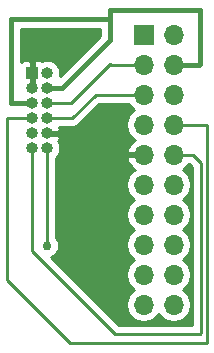
<source format=gtl>
G04 #@! TF.GenerationSoftware,KiCad,Pcbnew,5.1.5+dfsg1-2build2*
G04 #@! TF.CreationDate,2020-08-31T21:39:47-07:00*
G04 #@! TF.ProjectId,adapter,61646170-7465-4722-9e6b-696361645f70,v01*
G04 #@! TF.SameCoordinates,Original*
G04 #@! TF.FileFunction,Copper,L1,Top*
G04 #@! TF.FilePolarity,Positive*
%FSLAX46Y46*%
G04 Gerber Fmt 4.6, Leading zero omitted, Abs format (unit mm)*
G04 Created by KiCad (PCBNEW 5.1.5+dfsg1-2build2) date 2020-08-31 21:39:47*
%MOMM*%
%LPD*%
G04 APERTURE LIST*
%ADD10R,1.700000X1.700000*%
%ADD11O,1.700000X1.700000*%
%ADD12R,1.000000X1.000000*%
%ADD13O,1.000000X1.000000*%
%ADD14C,0.762000*%
%ADD15C,0.381000*%
%ADD16C,0.254000*%
G04 APERTURE END LIST*
D10*
X142795001Y-88185001D03*
D11*
X145335001Y-88185001D03*
X142795001Y-90725001D03*
X145335001Y-90725001D03*
X142795001Y-93265001D03*
X145335001Y-93265001D03*
X142795001Y-95805001D03*
X145335001Y-95805001D03*
X142795001Y-98345001D03*
X145335001Y-98345001D03*
X142795001Y-100885001D03*
X145335001Y-100885001D03*
X142795001Y-103425001D03*
X145335001Y-103425001D03*
X142795001Y-105965001D03*
X145335001Y-105965001D03*
X142795001Y-108505001D03*
X145335001Y-108505001D03*
X142795001Y-111045001D03*
X145335001Y-111045001D03*
D12*
X133350000Y-91440000D03*
D13*
X134620000Y-91440000D03*
X133350000Y-92710000D03*
X134620000Y-92710000D03*
X133350000Y-93980000D03*
X134620000Y-93980000D03*
X133350000Y-95250000D03*
X134620000Y-95250000D03*
X133350000Y-96520000D03*
X134620000Y-96520000D03*
X133350000Y-97790000D03*
X134620000Y-97790000D03*
D14*
X145335001Y-93265001D03*
X134620000Y-106045000D03*
D15*
X147526999Y-90725001D02*
X145335001Y-90725001D01*
X147574000Y-90678000D02*
X147526999Y-90725001D01*
X147574000Y-86106000D02*
X147574000Y-90678000D01*
X139954000Y-86106000D02*
X147574000Y-86106000D01*
X135890000Y-92710000D02*
X139954000Y-88646000D01*
X134620000Y-92710000D02*
X135890000Y-92710000D01*
X139903200Y-86842600D02*
X139928600Y-86868000D01*
X131572000Y-86842600D02*
X139903200Y-86842600D01*
X131572000Y-93980000D02*
X131572000Y-86842600D01*
X133350000Y-93980000D02*
X131572000Y-93980000D01*
X139928600Y-86868000D02*
X139954000Y-86106000D01*
X139954000Y-88646000D02*
X139928600Y-86868000D01*
D16*
X134620000Y-93980000D02*
X136652000Y-93980000D01*
X136652000Y-93980000D02*
X139954000Y-90678000D01*
X140001001Y-90725001D02*
X142795001Y-90725001D01*
X139954000Y-90678000D02*
X140001001Y-90725001D01*
X148183600Y-114300000D02*
X148183600Y-95808800D01*
X148179801Y-95805001D02*
X145335001Y-95805001D01*
X136550400Y-114300000D02*
X148183600Y-114300000D01*
X148183600Y-95808800D02*
X148179801Y-95805001D01*
X131195221Y-108944821D02*
X136550400Y-114300000D01*
X131195221Y-95250000D02*
X131195221Y-108944821D01*
X133350000Y-95250000D02*
X131195221Y-95250000D01*
X134620000Y-97790000D02*
X134620000Y-106045000D01*
X134620000Y-106045000D02*
X134620000Y-106045000D01*
X142795001Y-93265001D02*
X138731001Y-93265001D01*
X136746002Y-95250000D02*
X134620000Y-95250000D01*
X138731001Y-93265001D02*
X136746002Y-95250000D01*
X133350000Y-106502200D02*
X140385800Y-113538000D01*
X133350000Y-97790000D02*
X133350000Y-106502200D01*
X146935201Y-98345001D02*
X145335001Y-98345001D01*
X147675600Y-99085400D02*
X146935201Y-98345001D01*
X147675600Y-113411000D02*
X147675600Y-99085400D01*
X147548600Y-113538000D02*
X147675600Y-113411000D01*
X140385800Y-113538000D02*
X147548600Y-113538000D01*
G36*
X141641526Y-94211633D02*
G01*
X141848369Y-94418476D01*
X142022761Y-94535001D01*
X141848369Y-94651526D01*
X141641526Y-94858369D01*
X141479011Y-95101590D01*
X141367069Y-95371843D01*
X141310001Y-95658741D01*
X141310001Y-95951261D01*
X141367069Y-96238159D01*
X141479011Y-96508412D01*
X141641526Y-96751633D01*
X141848369Y-96958476D01*
X142030535Y-97080196D01*
X141913646Y-97149823D01*
X141697413Y-97344732D01*
X141523360Y-97578081D01*
X141398176Y-97840902D01*
X141353525Y-97988111D01*
X141474846Y-98218001D01*
X142668001Y-98218001D01*
X142668001Y-98198001D01*
X142922001Y-98198001D01*
X142922001Y-98218001D01*
X142942001Y-98218001D01*
X142942001Y-98472001D01*
X142922001Y-98472001D01*
X142922001Y-98492001D01*
X142668001Y-98492001D01*
X142668001Y-98472001D01*
X141474846Y-98472001D01*
X141353525Y-98701891D01*
X141398176Y-98849100D01*
X141523360Y-99111921D01*
X141697413Y-99345270D01*
X141913646Y-99540179D01*
X142030535Y-99609806D01*
X141848369Y-99731526D01*
X141641526Y-99938369D01*
X141479011Y-100181590D01*
X141367069Y-100451843D01*
X141310001Y-100738741D01*
X141310001Y-101031261D01*
X141367069Y-101318159D01*
X141479011Y-101588412D01*
X141641526Y-101831633D01*
X141848369Y-102038476D01*
X142022761Y-102155001D01*
X141848369Y-102271526D01*
X141641526Y-102478369D01*
X141479011Y-102721590D01*
X141367069Y-102991843D01*
X141310001Y-103278741D01*
X141310001Y-103571261D01*
X141367069Y-103858159D01*
X141479011Y-104128412D01*
X141641526Y-104371633D01*
X141848369Y-104578476D01*
X142022761Y-104695001D01*
X141848369Y-104811526D01*
X141641526Y-105018369D01*
X141479011Y-105261590D01*
X141367069Y-105531843D01*
X141310001Y-105818741D01*
X141310001Y-106111261D01*
X141367069Y-106398159D01*
X141479011Y-106668412D01*
X141641526Y-106911633D01*
X141848369Y-107118476D01*
X142022761Y-107235001D01*
X141848369Y-107351526D01*
X141641526Y-107558369D01*
X141479011Y-107801590D01*
X141367069Y-108071843D01*
X141310001Y-108358741D01*
X141310001Y-108651261D01*
X141367069Y-108938159D01*
X141479011Y-109208412D01*
X141641526Y-109451633D01*
X141848369Y-109658476D01*
X142022761Y-109775001D01*
X141848369Y-109891526D01*
X141641526Y-110098369D01*
X141479011Y-110341590D01*
X141367069Y-110611843D01*
X141310001Y-110898741D01*
X141310001Y-111191261D01*
X141367069Y-111478159D01*
X141479011Y-111748412D01*
X141641526Y-111991633D01*
X141848369Y-112198476D01*
X142091590Y-112360991D01*
X142361843Y-112472933D01*
X142648741Y-112530001D01*
X142941261Y-112530001D01*
X143228159Y-112472933D01*
X143498412Y-112360991D01*
X143741633Y-112198476D01*
X143948476Y-111991633D01*
X144065001Y-111817241D01*
X144181526Y-111991633D01*
X144388369Y-112198476D01*
X144631590Y-112360991D01*
X144901843Y-112472933D01*
X145188741Y-112530001D01*
X145481261Y-112530001D01*
X145768159Y-112472933D01*
X146038412Y-112360991D01*
X146281633Y-112198476D01*
X146488476Y-111991633D01*
X146650991Y-111748412D01*
X146762933Y-111478159D01*
X146820001Y-111191261D01*
X146820001Y-110898741D01*
X146762933Y-110611843D01*
X146650991Y-110341590D01*
X146488476Y-110098369D01*
X146281633Y-109891526D01*
X146107241Y-109775001D01*
X146281633Y-109658476D01*
X146488476Y-109451633D01*
X146650991Y-109208412D01*
X146762933Y-108938159D01*
X146820001Y-108651261D01*
X146820001Y-108358741D01*
X146762933Y-108071843D01*
X146650991Y-107801590D01*
X146488476Y-107558369D01*
X146281633Y-107351526D01*
X146107241Y-107235001D01*
X146281633Y-107118476D01*
X146488476Y-106911633D01*
X146650991Y-106668412D01*
X146762933Y-106398159D01*
X146820001Y-106111261D01*
X146820001Y-105818741D01*
X146762933Y-105531843D01*
X146650991Y-105261590D01*
X146488476Y-105018369D01*
X146281633Y-104811526D01*
X146107241Y-104695001D01*
X146281633Y-104578476D01*
X146488476Y-104371633D01*
X146650991Y-104128412D01*
X146762933Y-103858159D01*
X146820001Y-103571261D01*
X146820001Y-103278741D01*
X146762933Y-102991843D01*
X146650991Y-102721590D01*
X146488476Y-102478369D01*
X146281633Y-102271526D01*
X146107241Y-102155001D01*
X146281633Y-102038476D01*
X146488476Y-101831633D01*
X146650991Y-101588412D01*
X146762933Y-101318159D01*
X146820001Y-101031261D01*
X146820001Y-100738741D01*
X146762933Y-100451843D01*
X146650991Y-100181590D01*
X146488476Y-99938369D01*
X146281633Y-99731526D01*
X146107241Y-99615001D01*
X146281633Y-99498476D01*
X146488476Y-99291633D01*
X146611843Y-99107001D01*
X146619571Y-99107001D01*
X146913601Y-99401032D01*
X146913600Y-112776000D01*
X140701431Y-112776000D01*
X134938298Y-107012867D01*
X135101256Y-106945368D01*
X135267662Y-106834179D01*
X135409179Y-106692662D01*
X135520368Y-106526256D01*
X135596956Y-106341356D01*
X135636000Y-106145067D01*
X135636000Y-105944933D01*
X135596956Y-105748644D01*
X135520368Y-105563744D01*
X135409179Y-105397338D01*
X135382000Y-105370159D01*
X135382000Y-98633132D01*
X135501612Y-98513520D01*
X135625824Y-98327624D01*
X135711383Y-98121067D01*
X135755000Y-97901788D01*
X135755000Y-97678212D01*
X135711383Y-97458933D01*
X135625824Y-97252376D01*
X135557647Y-97150342D01*
X135607123Y-97080206D01*
X135697446Y-96876864D01*
X135714119Y-96821874D01*
X135587954Y-96647000D01*
X134747000Y-96647000D01*
X134747000Y-96658026D01*
X134731788Y-96655000D01*
X134508212Y-96655000D01*
X134493000Y-96658026D01*
X134493000Y-96647000D01*
X134481974Y-96647000D01*
X134485000Y-96631788D01*
X134485000Y-96408212D01*
X134481974Y-96393000D01*
X134493000Y-96393000D01*
X134493000Y-96381974D01*
X134508212Y-96385000D01*
X134731788Y-96385000D01*
X134747000Y-96381974D01*
X134747000Y-96393000D01*
X135587954Y-96393000D01*
X135714119Y-96218126D01*
X135697446Y-96163136D01*
X135630313Y-96012000D01*
X136708579Y-96012000D01*
X136746002Y-96015686D01*
X136783425Y-96012000D01*
X136783428Y-96012000D01*
X136895380Y-96000974D01*
X137039017Y-95957402D01*
X137171394Y-95886645D01*
X137287424Y-95791422D01*
X137311286Y-95762346D01*
X139046631Y-94027001D01*
X141518159Y-94027001D01*
X141641526Y-94211633D01*
G37*
X141641526Y-94211633D02*
X141848369Y-94418476D01*
X142022761Y-94535001D01*
X141848369Y-94651526D01*
X141641526Y-94858369D01*
X141479011Y-95101590D01*
X141367069Y-95371843D01*
X141310001Y-95658741D01*
X141310001Y-95951261D01*
X141367069Y-96238159D01*
X141479011Y-96508412D01*
X141641526Y-96751633D01*
X141848369Y-96958476D01*
X142030535Y-97080196D01*
X141913646Y-97149823D01*
X141697413Y-97344732D01*
X141523360Y-97578081D01*
X141398176Y-97840902D01*
X141353525Y-97988111D01*
X141474846Y-98218001D01*
X142668001Y-98218001D01*
X142668001Y-98198001D01*
X142922001Y-98198001D01*
X142922001Y-98218001D01*
X142942001Y-98218001D01*
X142942001Y-98472001D01*
X142922001Y-98472001D01*
X142922001Y-98492001D01*
X142668001Y-98492001D01*
X142668001Y-98472001D01*
X141474846Y-98472001D01*
X141353525Y-98701891D01*
X141398176Y-98849100D01*
X141523360Y-99111921D01*
X141697413Y-99345270D01*
X141913646Y-99540179D01*
X142030535Y-99609806D01*
X141848369Y-99731526D01*
X141641526Y-99938369D01*
X141479011Y-100181590D01*
X141367069Y-100451843D01*
X141310001Y-100738741D01*
X141310001Y-101031261D01*
X141367069Y-101318159D01*
X141479011Y-101588412D01*
X141641526Y-101831633D01*
X141848369Y-102038476D01*
X142022761Y-102155001D01*
X141848369Y-102271526D01*
X141641526Y-102478369D01*
X141479011Y-102721590D01*
X141367069Y-102991843D01*
X141310001Y-103278741D01*
X141310001Y-103571261D01*
X141367069Y-103858159D01*
X141479011Y-104128412D01*
X141641526Y-104371633D01*
X141848369Y-104578476D01*
X142022761Y-104695001D01*
X141848369Y-104811526D01*
X141641526Y-105018369D01*
X141479011Y-105261590D01*
X141367069Y-105531843D01*
X141310001Y-105818741D01*
X141310001Y-106111261D01*
X141367069Y-106398159D01*
X141479011Y-106668412D01*
X141641526Y-106911633D01*
X141848369Y-107118476D01*
X142022761Y-107235001D01*
X141848369Y-107351526D01*
X141641526Y-107558369D01*
X141479011Y-107801590D01*
X141367069Y-108071843D01*
X141310001Y-108358741D01*
X141310001Y-108651261D01*
X141367069Y-108938159D01*
X141479011Y-109208412D01*
X141641526Y-109451633D01*
X141848369Y-109658476D01*
X142022761Y-109775001D01*
X141848369Y-109891526D01*
X141641526Y-110098369D01*
X141479011Y-110341590D01*
X141367069Y-110611843D01*
X141310001Y-110898741D01*
X141310001Y-111191261D01*
X141367069Y-111478159D01*
X141479011Y-111748412D01*
X141641526Y-111991633D01*
X141848369Y-112198476D01*
X142091590Y-112360991D01*
X142361843Y-112472933D01*
X142648741Y-112530001D01*
X142941261Y-112530001D01*
X143228159Y-112472933D01*
X143498412Y-112360991D01*
X143741633Y-112198476D01*
X143948476Y-111991633D01*
X144065001Y-111817241D01*
X144181526Y-111991633D01*
X144388369Y-112198476D01*
X144631590Y-112360991D01*
X144901843Y-112472933D01*
X145188741Y-112530001D01*
X145481261Y-112530001D01*
X145768159Y-112472933D01*
X146038412Y-112360991D01*
X146281633Y-112198476D01*
X146488476Y-111991633D01*
X146650991Y-111748412D01*
X146762933Y-111478159D01*
X146820001Y-111191261D01*
X146820001Y-110898741D01*
X146762933Y-110611843D01*
X146650991Y-110341590D01*
X146488476Y-110098369D01*
X146281633Y-109891526D01*
X146107241Y-109775001D01*
X146281633Y-109658476D01*
X146488476Y-109451633D01*
X146650991Y-109208412D01*
X146762933Y-108938159D01*
X146820001Y-108651261D01*
X146820001Y-108358741D01*
X146762933Y-108071843D01*
X146650991Y-107801590D01*
X146488476Y-107558369D01*
X146281633Y-107351526D01*
X146107241Y-107235001D01*
X146281633Y-107118476D01*
X146488476Y-106911633D01*
X146650991Y-106668412D01*
X146762933Y-106398159D01*
X146820001Y-106111261D01*
X146820001Y-105818741D01*
X146762933Y-105531843D01*
X146650991Y-105261590D01*
X146488476Y-105018369D01*
X146281633Y-104811526D01*
X146107241Y-104695001D01*
X146281633Y-104578476D01*
X146488476Y-104371633D01*
X146650991Y-104128412D01*
X146762933Y-103858159D01*
X146820001Y-103571261D01*
X146820001Y-103278741D01*
X146762933Y-102991843D01*
X146650991Y-102721590D01*
X146488476Y-102478369D01*
X146281633Y-102271526D01*
X146107241Y-102155001D01*
X146281633Y-102038476D01*
X146488476Y-101831633D01*
X146650991Y-101588412D01*
X146762933Y-101318159D01*
X146820001Y-101031261D01*
X146820001Y-100738741D01*
X146762933Y-100451843D01*
X146650991Y-100181590D01*
X146488476Y-99938369D01*
X146281633Y-99731526D01*
X146107241Y-99615001D01*
X146281633Y-99498476D01*
X146488476Y-99291633D01*
X146611843Y-99107001D01*
X146619571Y-99107001D01*
X146913601Y-99401032D01*
X146913600Y-112776000D01*
X140701431Y-112776000D01*
X134938298Y-107012867D01*
X135101256Y-106945368D01*
X135267662Y-106834179D01*
X135409179Y-106692662D01*
X135520368Y-106526256D01*
X135596956Y-106341356D01*
X135636000Y-106145067D01*
X135636000Y-105944933D01*
X135596956Y-105748644D01*
X135520368Y-105563744D01*
X135409179Y-105397338D01*
X135382000Y-105370159D01*
X135382000Y-98633132D01*
X135501612Y-98513520D01*
X135625824Y-98327624D01*
X135711383Y-98121067D01*
X135755000Y-97901788D01*
X135755000Y-97678212D01*
X135711383Y-97458933D01*
X135625824Y-97252376D01*
X135557647Y-97150342D01*
X135607123Y-97080206D01*
X135697446Y-96876864D01*
X135714119Y-96821874D01*
X135587954Y-96647000D01*
X134747000Y-96647000D01*
X134747000Y-96658026D01*
X134731788Y-96655000D01*
X134508212Y-96655000D01*
X134493000Y-96658026D01*
X134493000Y-96647000D01*
X134481974Y-96647000D01*
X134485000Y-96631788D01*
X134485000Y-96408212D01*
X134481974Y-96393000D01*
X134493000Y-96393000D01*
X134493000Y-96381974D01*
X134508212Y-96385000D01*
X134731788Y-96385000D01*
X134747000Y-96381974D01*
X134747000Y-96393000D01*
X135587954Y-96393000D01*
X135714119Y-96218126D01*
X135697446Y-96163136D01*
X135630313Y-96012000D01*
X136708579Y-96012000D01*
X136746002Y-96015686D01*
X136783425Y-96012000D01*
X136783428Y-96012000D01*
X136895380Y-96000974D01*
X137039017Y-95957402D01*
X137171394Y-95886645D01*
X137287424Y-95791422D01*
X137311286Y-95762346D01*
X139046631Y-94027001D01*
X141518159Y-94027001D01*
X141641526Y-94211633D01*
G36*
X139123601Y-88308965D02*
G01*
X135723769Y-91708799D01*
X135755000Y-91551788D01*
X135755000Y-91328212D01*
X135711383Y-91108933D01*
X135625824Y-90902376D01*
X135501612Y-90716480D01*
X135343520Y-90558388D01*
X135157624Y-90434176D01*
X134951067Y-90348617D01*
X134731788Y-90305000D01*
X134508212Y-90305000D01*
X134288933Y-90348617D01*
X134177226Y-90394888D01*
X134094180Y-90350498D01*
X133974482Y-90314188D01*
X133850000Y-90301928D01*
X133635750Y-90305000D01*
X133477000Y-90463750D01*
X133477000Y-91313000D01*
X133488026Y-91313000D01*
X133485000Y-91328212D01*
X133485000Y-91551788D01*
X133488026Y-91567000D01*
X133477000Y-91567000D01*
X133477000Y-92583000D01*
X133488026Y-92583000D01*
X133485000Y-92598212D01*
X133485000Y-92821788D01*
X133488026Y-92837000D01*
X133477000Y-92837000D01*
X133477000Y-92848026D01*
X133461788Y-92845000D01*
X133238212Y-92845000D01*
X133223000Y-92848026D01*
X133223000Y-92837000D01*
X133203000Y-92837000D01*
X133203000Y-92583000D01*
X133223000Y-92583000D01*
X133223000Y-91567000D01*
X133203000Y-91567000D01*
X133203000Y-91313000D01*
X133223000Y-91313000D01*
X133223000Y-90463750D01*
X133064250Y-90305000D01*
X132850000Y-90301928D01*
X132725518Y-90314188D01*
X132605820Y-90350498D01*
X132495506Y-90409463D01*
X132398815Y-90488815D01*
X132397500Y-90490417D01*
X132397500Y-87668100D01*
X139114446Y-87668100D01*
X139123601Y-88308965D01*
G37*
X139123601Y-88308965D02*
X135723769Y-91708799D01*
X135755000Y-91551788D01*
X135755000Y-91328212D01*
X135711383Y-91108933D01*
X135625824Y-90902376D01*
X135501612Y-90716480D01*
X135343520Y-90558388D01*
X135157624Y-90434176D01*
X134951067Y-90348617D01*
X134731788Y-90305000D01*
X134508212Y-90305000D01*
X134288933Y-90348617D01*
X134177226Y-90394888D01*
X134094180Y-90350498D01*
X133974482Y-90314188D01*
X133850000Y-90301928D01*
X133635750Y-90305000D01*
X133477000Y-90463750D01*
X133477000Y-91313000D01*
X133488026Y-91313000D01*
X133485000Y-91328212D01*
X133485000Y-91551788D01*
X133488026Y-91567000D01*
X133477000Y-91567000D01*
X133477000Y-92583000D01*
X133488026Y-92583000D01*
X133485000Y-92598212D01*
X133485000Y-92821788D01*
X133488026Y-92837000D01*
X133477000Y-92837000D01*
X133477000Y-92848026D01*
X133461788Y-92845000D01*
X133238212Y-92845000D01*
X133223000Y-92848026D01*
X133223000Y-92837000D01*
X133203000Y-92837000D01*
X133203000Y-92583000D01*
X133223000Y-92583000D01*
X133223000Y-91567000D01*
X133203000Y-91567000D01*
X133203000Y-91313000D01*
X133223000Y-91313000D01*
X133223000Y-90463750D01*
X133064250Y-90305000D01*
X132850000Y-90301928D01*
X132725518Y-90314188D01*
X132605820Y-90350498D01*
X132495506Y-90409463D01*
X132398815Y-90488815D01*
X132397500Y-90490417D01*
X132397500Y-87668100D01*
X139114446Y-87668100D01*
X139123601Y-88308965D01*
M02*

</source>
